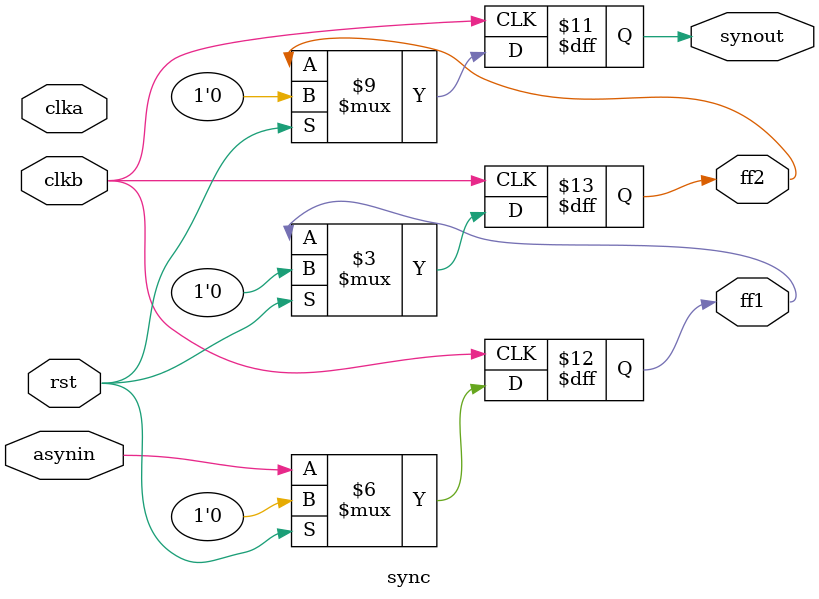
<source format=v>
module sync(synout,ff1,ff2,asynin,clka,clkb,rst);

input wire clka,clkb,asynin,rst;
output reg synout;


output reg ff1,ff2;

always@(posedge clkb)begin
if(rst)begin
synout <= 0;
ff1<=0;
ff2<=0;
end else begin
ff1 <= asynin;
ff2 <= ff1;
synout <= ff2;
end

end
endmodule

</source>
